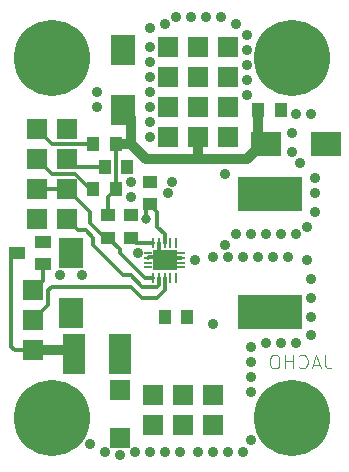
<source format=gbr>
%TF.GenerationSoftware,KiCad,Pcbnew,6.0.4-6f826c9f35~116~ubuntu20.04.1*%
%TF.CreationDate,2022-07-20T12:46:52+00:00*%
%TF.ProjectId,TPS63060V01B,54505336-3330-4363-9056-3031422e6b69,rev?*%
%TF.SameCoordinates,Original*%
%TF.FileFunction,Copper,L2,Bot*%
%TF.FilePolarity,Positive*%
%FSLAX46Y46*%
G04 Gerber Fmt 4.6, Leading zero omitted, Abs format (unit mm)*
G04 Created by KiCad (PCBNEW 6.0.4-6f826c9f35~116~ubuntu20.04.1) date 2022-07-20 12:46:52*
%MOMM*%
%LPD*%
G01*
G04 APERTURE LIST*
%ADD10C,0.101600*%
%TA.AperFunction,NonConductor*%
%ADD11C,0.101600*%
%TD*%
%TA.AperFunction,ComponentPad*%
%ADD12R,1.651000X1.651000*%
%TD*%
%TA.AperFunction,ComponentPad*%
%ADD13C,6.451600*%
%TD*%
%TA.AperFunction,SMDPad,CuDef*%
%ADD14R,1.295400X0.990600*%
%TD*%
%TA.AperFunction,SMDPad,CuDef*%
%ADD15R,0.990600X1.295400*%
%TD*%
%TA.AperFunction,SMDPad,CuDef*%
%ADD16R,1.400000X1.000000*%
%TD*%
%TA.AperFunction,SMDPad,CuDef*%
%ADD17R,1.700000X1.800000*%
%TD*%
%TA.AperFunction,SMDPad,CuDef*%
%ADD18R,5.500000X3.000000*%
%TD*%
%TA.AperFunction,SMDPad,CuDef*%
%ADD19R,2.540000X2.159000*%
%TD*%
%TA.AperFunction,SMDPad,CuDef*%
%ADD20R,2.159000X2.540000*%
%TD*%
%TA.AperFunction,SMDPad,CuDef*%
%ADD21R,1.900000X3.400000*%
%TD*%
%TA.AperFunction,SMDPad,CuDef*%
%ADD22R,0.280000X0.850000*%
%TD*%
%TA.AperFunction,SMDPad,CuDef*%
%ADD23R,2.150000X1.700000*%
%TD*%
%TA.AperFunction,SMDPad,CuDef*%
%ADD24R,0.700000X0.250000*%
%TD*%
%TA.AperFunction,ComponentPad*%
%ADD25C,0.406400*%
%TD*%
%TA.AperFunction,ViaPad*%
%ADD26C,0.906400*%
%TD*%
%TA.AperFunction,ViaPad*%
%ADD27C,0.806400*%
%TD*%
%TA.AperFunction,Conductor*%
%ADD28C,0.304800*%
%TD*%
%TA.AperFunction,Conductor*%
%ADD29C,0.812800*%
%TD*%
G04 APERTURE END LIST*
D10*
D11*
X161475540Y-114892061D02*
X161475540Y-115726633D01*
X161531179Y-115893547D01*
X161642455Y-116004823D01*
X161809369Y-116060461D01*
X161920645Y-116060461D01*
X160974798Y-115726633D02*
X160418417Y-115726633D01*
X161086074Y-116060461D02*
X160696607Y-114892061D01*
X160307140Y-116060461D01*
X159250017Y-115949185D02*
X159305655Y-116004823D01*
X159472569Y-116060461D01*
X159583845Y-116060461D01*
X159750760Y-116004823D01*
X159862036Y-115893547D01*
X159917674Y-115782271D01*
X159973312Y-115559719D01*
X159973312Y-115392804D01*
X159917674Y-115170252D01*
X159862036Y-115058976D01*
X159750760Y-114947700D01*
X159583845Y-114892061D01*
X159472569Y-114892061D01*
X159305655Y-114947700D01*
X159250017Y-115003338D01*
X158749274Y-116060461D02*
X158749274Y-114892061D01*
X158749274Y-115448442D02*
X158081617Y-115448442D01*
X158081617Y-116060461D02*
X158081617Y-114892061D01*
X157302683Y-114892061D02*
X157080131Y-114892061D01*
X156968855Y-114947700D01*
X156857579Y-115058976D01*
X156801940Y-115281528D01*
X156801940Y-115670995D01*
X156857579Y-115893547D01*
X156968855Y-116004823D01*
X157080131Y-116060461D01*
X157302683Y-116060461D01*
X157413960Y-116004823D01*
X157525236Y-115893547D01*
X157580874Y-115670995D01*
X157580874Y-115281528D01*
X157525236Y-115058976D01*
X157413960Y-114947700D01*
X157302683Y-114892061D01*
D12*
%TO.P,SV1,1*%
%TO.N,N$1*%
X136753600Y-109448600D03*
%TO.P,SV1,2*%
%TO.N,N$3*%
X136753600Y-111988600D03*
%TO.P,SV1,3*%
%TO.N,+BAT2*%
X136753600Y-114528600D03*
%TD*%
%TO.P,SV6,1*%
%TO.N,N$13*%
X139611100Y-103416100D03*
%TO.P,SV6,2*%
%TO.N,GND*%
X137071100Y-103416100D03*
%TD*%
D13*
%TO.P,X2,P$1*%
%TO.N,GND*%
X138341100Y-120243600D03*
%TD*%
D12*
%TO.P,SV4,1*%
%TO.N,N$5*%
X139611100Y-98336100D03*
%TO.P,SV4,2*%
%TO.N,N$7*%
X137071100Y-98336100D03*
%TO.P,SV4,3*%
%TO.N,N$5*%
X139611100Y-95796100D03*
%TO.P,SV4,4*%
%TO.N,N$9*%
X137071100Y-95796100D03*
%TD*%
D13*
%TO.P,X4,P$1*%
%TO.N,GND*%
X158661100Y-120243600D03*
%TD*%
D12*
%TO.P,SV5,1*%
%TO.N,GND*%
X153263600Y-88811100D03*
%TO.P,SV5,2*%
X153263600Y-91351100D03*
%TO.P,SV5,3*%
%TO.N,N$8*%
X150723600Y-88811100D03*
%TO.P,SV5,4*%
X150723600Y-91351100D03*
%TO.P,SV5,5*%
%TO.N,GND*%
X148183600Y-88811100D03*
%TO.P,SV5,6*%
X148183600Y-91351100D03*
%TD*%
D13*
%TO.P,X1,P$1*%
%TO.N,GND*%
X138341100Y-89763600D03*
%TD*%
%TO.P,X3,P$1*%
%TO.N,GND*%
X158661100Y-89763600D03*
%TD*%
D12*
%TO.P,SV2,1*%
%TO.N,GND*%
X148183600Y-96431100D03*
%TO.P,SV2,2*%
X148183600Y-93891100D03*
%TO.P,SV2,3*%
%TO.N,N$8*%
X150723600Y-96431100D03*
%TO.P,SV2,4*%
X150723600Y-93891100D03*
%TO.P,SV2,5*%
%TO.N,GND*%
X153263600Y-96431100D03*
%TO.P,SV2,6*%
X153263600Y-93891100D03*
%TD*%
%TO.P,SV7,1*%
%TO.N,N$6*%
X139611100Y-100876100D03*
%TO.P,SV7,2*%
X137071100Y-100876100D03*
%TD*%
%TO.P,SV3,1*%
%TO.N,GND*%
X151993600Y-118338600D03*
%TO.P,SV3,2*%
X151993600Y-120878600D03*
%TO.P,SV3,3*%
%TO.N,N$4*%
X149453600Y-118338600D03*
%TO.P,SV3,4*%
X149453600Y-120878600D03*
%TO.P,SV3,5*%
%TO.N,GND*%
X146913600Y-118338600D03*
%TO.P,SV3,6*%
X146913600Y-120878600D03*
%TD*%
D14*
%TO.P,C1,1*%
%TO.N,GND*%
X145008600Y-103101100D03*
%TO.P,C1,2*%
%TO.N,N$14*%
X145008600Y-105001100D03*
%TD*%
D15*
%TO.P,R2,1*%
%TO.N,GND*%
X144688600Y-98971100D03*
%TO.P,R2,2*%
%TO.N,N$5*%
X142788600Y-98971100D03*
%TD*%
%TO.P,C16,1*%
%TO.N,GND*%
X149768600Y-111671100D03*
%TO.P,C16,2*%
%TO.N,+BAT2*%
X147868600Y-111671100D03*
%TD*%
%TO.P,C2,1*%
%TO.N,GND*%
X157706100Y-94208600D03*
%TO.P,C2,2*%
%TO.N,N$8*%
X155806100Y-94208600D03*
%TD*%
D16*
%TO.P,X9,1*%
%TO.N,GND*%
X137536100Y-105323600D03*
%TO.P,X9,2*%
%TO.N,N$1*%
X137536100Y-107223600D03*
%TO.P,X9,3*%
%TO.N,+BAT2*%
X135336100Y-106273600D03*
%TD*%
D17*
%TO.P,D1,A*%
%TO.N,GND*%
X144056100Y-121976100D03*
%TO.P,D1,K*%
%TO.N,+BAT2*%
X144056100Y-117876100D03*
%TD*%
D15*
%TO.P,R5,1*%
%TO.N,N$9*%
X141836100Y-97066100D03*
%TO.P,R5,2*%
%TO.N,N$8*%
X143736100Y-97066100D03*
%TD*%
D18*
%TO.P,L1,P$1*%
%TO.N,N$15*%
X156756100Y-111273600D03*
%TO.P,L1,P$2*%
%TO.N,N$16*%
X156756100Y-101273600D03*
%TD*%
D14*
%TO.P,R3,1*%
%TO.N,N$6*%
X143103600Y-105001100D03*
%TO.P,R3,2*%
%TO.N,N$8*%
X143103600Y-103101100D03*
%TD*%
%TO.P,C5,1*%
%TO.N,N$5*%
X146596100Y-102143600D03*
%TO.P,C5,2*%
%TO.N,GND*%
X146596100Y-100243600D03*
%TD*%
D19*
%TO.P,C6,+*%
%TO.N,N$8*%
X156438600Y-97066100D03*
%TO.P,C6,-*%
%TO.N,GND*%
X161518600Y-97066100D03*
%TD*%
D15*
%TO.P,R4,1*%
%TO.N,N$7*%
X141836100Y-100876100D03*
%TO.P,R4,2*%
%TO.N,N$8*%
X143736100Y-100876100D03*
%TD*%
D20*
%TO.P,C3,+*%
%TO.N,N$8*%
X144373600Y-94208600D03*
%TO.P,C3,-*%
%TO.N,GND*%
X144373600Y-89128600D03*
%TD*%
D21*
%TO.P,P1,1*%
%TO.N,N$4*%
X144101100Y-114846100D03*
%TO.P,P1,2*%
%TO.N,+BAT2*%
X140201100Y-114846100D03*
%TD*%
D22*
%TO.P,X5,1*%
%TO.N,N$15*%
X148866100Y-108383600D03*
%TO.P,X5,2*%
%TO.N,+BAT2*%
X148366100Y-108383600D03*
%TO.P,X5,3*%
%TO.N,N$3*%
X147866100Y-108383600D03*
%TO.P,X5,4*%
%TO.N,N$13*%
X147366100Y-108383600D03*
%TO.P,X5,5*%
%TO.N,N$6*%
X146866100Y-108383600D03*
%TO.P,X5,6*%
%TO.N,N$14*%
X146866100Y-105433600D03*
%TO.P,X5,7*%
%TO.N,GND*%
X147366100Y-105433600D03*
%TO.P,X5,8*%
%TO.N,N$5*%
X147866100Y-105433600D03*
%TO.P,X5,9*%
%TO.N,N$8*%
X148366100Y-105433600D03*
%TO.P,X5,10*%
%TO.N,N$16*%
X148866100Y-105433600D03*
D23*
%TO.P,X5,11*%
%TO.N,GND*%
X147866100Y-106908600D03*
D24*
%TO.P,X5,12*%
X149291100Y-107508600D03*
%TO.P,X5,13*%
X149291100Y-107108600D03*
%TO.P,X5,14*%
X149291100Y-106708600D03*
%TO.P,X5,15*%
X149291100Y-106308600D03*
%TO.P,X5,16*%
X146441100Y-106308600D03*
%TO.P,X5,17*%
X146441100Y-106708600D03*
%TO.P,X5,18*%
X146441100Y-107108600D03*
%TO.P,X5,19*%
X146441100Y-107508600D03*
D23*
%TO.P,X5,20*%
%TO.N,N/C*%
X147866100Y-106908600D03*
D25*
%TO.P,X5,P$1*%
%TO.N,GND*%
X147866100Y-106908600D03*
%TO.P,X5,P$2*%
X147466100Y-107308600D03*
%TO.P,X5,P$3*%
X147466100Y-106508600D03*
%TO.P,X5,P$4*%
X148266100Y-107308600D03*
%TO.P,X5,P$5*%
X148266100Y-106508600D03*
%TD*%
D20*
%TO.P,C20,+*%
%TO.N,+BAT2*%
X139928600Y-111353600D03*
%TO.P,C20,-*%
%TO.N,GND*%
X139928600Y-106273600D03*
%TD*%
D26*
%TO.N,GND*%
X152628600Y-86271100D03*
X157073600Y-106591100D03*
X155168600Y-118021100D03*
X145008600Y-100241100D03*
X157708600Y-113893600D03*
X160248600Y-108496100D03*
X155168600Y-115481100D03*
X146596100Y-93891100D03*
X141516100Y-122466100D03*
X154851100Y-90398600D03*
X145326100Y-123101100D03*
X158661100Y-97701100D03*
X160248600Y-113258600D03*
X160566100Y-101193600D03*
X155168600Y-116751100D03*
X146596100Y-95161100D03*
X151993600Y-112306100D03*
X144056100Y-123418600D03*
X154851100Y-87858600D03*
X159296100Y-98653600D03*
X146596100Y-91351100D03*
X146596100Y-90081100D03*
X160566100Y-99923600D03*
X150088600Y-86271100D03*
X145643600Y-106273600D03*
X151993600Y-106591100D03*
X156438600Y-104686100D03*
X155168600Y-122148600D03*
X142151100Y-93891100D03*
X149136100Y-123101100D03*
X155803600Y-106591100D03*
X146596100Y-92621100D03*
X154851100Y-91668600D03*
X160248600Y-94526100D03*
X154851100Y-92938600D03*
X158978600Y-104686100D03*
X153898600Y-86906100D03*
X146596100Y-88811100D03*
X150723600Y-123101100D03*
X145008600Y-101511100D03*
X148183600Y-101193600D03*
X160248600Y-111671100D03*
X156438600Y-113893600D03*
X154533600Y-123101100D03*
X142786100Y-123101100D03*
X150406100Y-106908600D03*
X140881100Y-108178600D03*
X142151100Y-92621100D03*
X153263600Y-123101100D03*
X153263600Y-106591100D03*
X138976100Y-108178600D03*
X148818600Y-86271100D03*
X154533600Y-106591100D03*
X152946100Y-99606100D03*
X158661100Y-96113600D03*
X158978600Y-94526100D03*
X157708600Y-104686100D03*
X146596100Y-96431100D03*
X160248600Y-110083600D03*
X151993600Y-123101100D03*
X159931100Y-104051100D03*
X146596100Y-123101100D03*
X148501100Y-100241100D03*
X151358600Y-86271100D03*
X155168600Y-104686100D03*
X154851100Y-89128600D03*
X153898600Y-104686100D03*
X158343600Y-106591100D03*
X159931100Y-106908600D03*
X146596100Y-87223600D03*
X158978600Y-113893600D03*
X155168600Y-114211100D03*
X147866100Y-86906100D03*
X152946100Y-105638600D03*
X160566100Y-102781100D03*
X147866100Y-123101100D03*
D27*
%TO.N,N$5*%
X146278600Y-103416100D03*
%TD*%
D28*
%TO.N,GND*%
X147231100Y-106591100D02*
X146558600Y-106591100D01*
X147366100Y-105433600D02*
X147366100Y-106456100D01*
X146558600Y-106591100D02*
X146441100Y-106708600D01*
X148066100Y-106708600D02*
X147866100Y-106908600D01*
X147231100Y-106591100D02*
X147548600Y-106591100D01*
X147548600Y-106591100D02*
X147866100Y-106908600D01*
X149291100Y-106708600D02*
X148066100Y-106708600D01*
X147366100Y-106456100D02*
X147231100Y-106591100D01*
D29*
%TO.N,+BAT2*%
X139883600Y-114528600D02*
X140201100Y-114846100D01*
X136753600Y-114528600D02*
X139883600Y-114528600D01*
D28*
X135166100Y-114528600D02*
X134848600Y-114211100D01*
X134848600Y-106761100D02*
X135336100Y-106273600D01*
X134848600Y-114211100D02*
X134848600Y-106761100D01*
X136753600Y-114528600D02*
X135166100Y-114528600D01*
%TO.N,N$3*%
X138023600Y-109448600D02*
X138023600Y-110718600D01*
X138023600Y-110718600D02*
X136753600Y-111988600D01*
X147866100Y-109448600D02*
X147231100Y-110083600D01*
X138341100Y-109131100D02*
X138023600Y-109448600D01*
X145008600Y-109131100D02*
X138341100Y-109131100D01*
X145961100Y-110083600D02*
X145008600Y-109131100D01*
X147231100Y-110083600D02*
X145961100Y-110083600D01*
X147866100Y-108383600D02*
X147866100Y-109448600D01*
%TO.N,N$1*%
X137536100Y-108666100D02*
X136753600Y-109448600D01*
X137536100Y-107223600D02*
X137536100Y-108666100D01*
D29*
%TO.N,N$8*%
X150723600Y-98336100D02*
X150723600Y-96431100D01*
X150723600Y-98336100D02*
X146278600Y-98336100D01*
D28*
X143103600Y-101508600D02*
X143736100Y-100876100D01*
D29*
X155806100Y-97381100D02*
X154851100Y-98336100D01*
X146278600Y-98336100D02*
X145008600Y-97066100D01*
X145008600Y-97066100D02*
X145008600Y-94843600D01*
X155806100Y-96433600D02*
X156438600Y-97066100D01*
X155806100Y-94208600D02*
X155806100Y-97381100D01*
D28*
X143736100Y-100876100D02*
X143736100Y-97066100D01*
D29*
X145008600Y-94843600D02*
X144373600Y-94208600D01*
X145008600Y-97066100D02*
X143736100Y-97066100D01*
X154851100Y-98336100D02*
X150723600Y-98336100D01*
D28*
X143103600Y-103101100D02*
X143103600Y-101508600D01*
D29*
X155806100Y-94208600D02*
X155806100Y-96433600D01*
D28*
%TO.N,N$13*%
X140563600Y-104368600D02*
X139611100Y-103416100D01*
X145961100Y-109131100D02*
X145008600Y-108178600D01*
X147231100Y-109131100D02*
X145961100Y-109131100D01*
X141833600Y-105638600D02*
X141833600Y-105003600D01*
X144373600Y-108178600D02*
X141833600Y-105638600D01*
X141198600Y-104368600D02*
X140563600Y-104368600D01*
X141833600Y-105003600D02*
X141198600Y-104368600D01*
X147366100Y-108383600D02*
X147366100Y-108996100D01*
X147366100Y-108996100D02*
X147231100Y-109131100D01*
X145008600Y-108178600D02*
X144373600Y-108178600D01*
%TO.N,N$14*%
X145441100Y-105433600D02*
X145008600Y-105001100D01*
X146866100Y-105433600D02*
X145441100Y-105433600D01*
%TO.N,N$6*%
X141516100Y-103733600D02*
X141516100Y-102781100D01*
X143103600Y-105001100D02*
X142783600Y-105001100D01*
X146866100Y-108383600D02*
X146166100Y-108383600D01*
X139611100Y-100876100D02*
X137071100Y-100876100D01*
X141516100Y-102781100D02*
X139611100Y-100876100D01*
X144056100Y-105953600D02*
X143103600Y-105001100D01*
X144056100Y-106273600D02*
X144056100Y-105953600D01*
X146166100Y-108383600D02*
X144056100Y-106273600D01*
X142783600Y-105001100D02*
X141516100Y-103733600D01*
%TO.N,N$5*%
X146278600Y-103416100D02*
X146278600Y-102461100D01*
X147231100Y-104051100D02*
X147231100Y-102778600D01*
X146278600Y-102461100D02*
X146596100Y-102143600D01*
X142788600Y-98971100D02*
X140246100Y-98971100D01*
X147866100Y-104686100D02*
X147231100Y-104051100D01*
X147866100Y-105433600D02*
X147866100Y-104686100D01*
X140246100Y-98971100D02*
X139611100Y-98336100D01*
X147231100Y-102778600D02*
X146596100Y-102143600D01*
%TO.N,N$7*%
X138341100Y-99606100D02*
X137071100Y-98336100D01*
X140246100Y-99606100D02*
X138341100Y-99606100D01*
X141516100Y-100876100D02*
X140246100Y-99606100D01*
X141836100Y-100876100D02*
X141516100Y-100876100D01*
%TO.N,N$9*%
X138341100Y-97066100D02*
X137071100Y-95796100D01*
X141836100Y-97066100D02*
X138341100Y-97066100D01*
%TD*%
M02*

</source>
